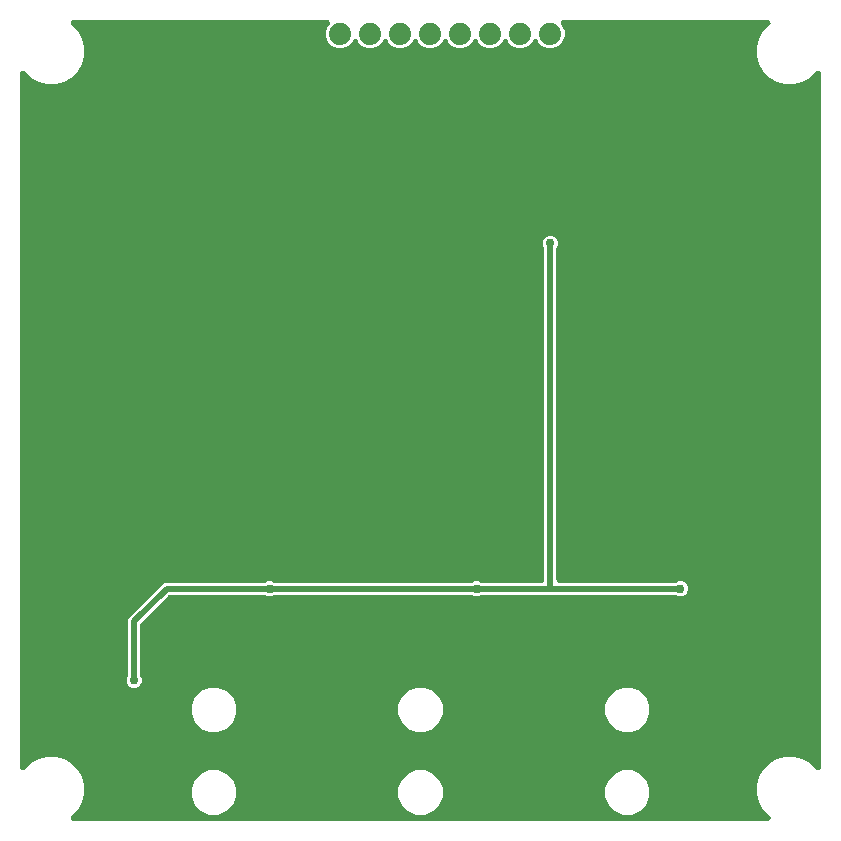
<source format=gbr>
G04 EAGLE Gerber RS-274X export*
G75*
%MOMM*%
%FSLAX34Y34*%
%LPD*%
%INBottom Copper*%
%IPPOS*%
%AMOC8*
5,1,8,0,0,1.08239X$1,22.5*%
G01*
%ADD10C,1.879600*%
%ADD11C,0.756400*%
%ADD12C,0.508000*%

G36*
X643958Y10934D02*
X643958Y10934D01*
X644088Y10936D01*
X644182Y10954D01*
X644277Y10963D01*
X644403Y10997D01*
X644530Y11022D01*
X644620Y11056D01*
X644712Y11081D01*
X644829Y11137D01*
X644950Y11184D01*
X645032Y11234D01*
X645118Y11275D01*
X645224Y11350D01*
X645335Y11418D01*
X645407Y11481D01*
X645484Y11537D01*
X645575Y11630D01*
X645673Y11716D01*
X645732Y11791D01*
X645798Y11859D01*
X645871Y11967D01*
X645952Y12069D01*
X645997Y12153D01*
X646051Y12232D01*
X646103Y12351D01*
X646165Y12466D01*
X646194Y12557D01*
X646233Y12644D01*
X646264Y12771D01*
X646304Y12894D01*
X646317Y12989D01*
X646339Y13082D01*
X646347Y13211D01*
X646365Y13340D01*
X646361Y13436D01*
X646367Y13531D01*
X646352Y13660D01*
X646347Y13790D01*
X646326Y13883D01*
X646315Y13978D01*
X646277Y14103D01*
X646249Y14230D01*
X646212Y14318D01*
X646185Y14409D01*
X646126Y14525D01*
X646076Y14645D01*
X646024Y14725D01*
X645980Y14811D01*
X645902Y14914D01*
X645831Y15023D01*
X645745Y15121D01*
X645708Y15169D01*
X645676Y15200D01*
X645624Y15258D01*
X640366Y20516D01*
X636724Y26823D01*
X634839Y33858D01*
X634839Y41142D01*
X636724Y48177D01*
X640366Y54484D01*
X645516Y59634D01*
X651823Y63276D01*
X658858Y65161D01*
X666142Y65161D01*
X673177Y63276D01*
X679484Y59634D01*
X684742Y54376D01*
X684842Y54292D01*
X684935Y54202D01*
X685015Y54148D01*
X685088Y54087D01*
X685201Y54022D01*
X685308Y53949D01*
X685396Y53911D01*
X685479Y53863D01*
X685601Y53820D01*
X685720Y53767D01*
X685813Y53745D01*
X685903Y53713D01*
X686031Y53691D01*
X686158Y53661D01*
X686253Y53655D01*
X686347Y53639D01*
X686477Y53641D01*
X686607Y53633D01*
X686702Y53644D01*
X686798Y53645D01*
X686925Y53670D01*
X687054Y53685D01*
X687146Y53713D01*
X687240Y53731D01*
X687361Y53778D01*
X687485Y53815D01*
X687570Y53859D01*
X687660Y53893D01*
X687771Y53961D01*
X687887Y54020D01*
X687963Y54077D01*
X688044Y54127D01*
X688142Y54213D01*
X688245Y54292D01*
X688310Y54362D01*
X688382Y54425D01*
X688462Y54527D01*
X688551Y54623D01*
X688602Y54703D01*
X688661Y54778D01*
X688722Y54893D01*
X688792Y55003D01*
X688829Y55091D01*
X688874Y55175D01*
X688914Y55299D01*
X688963Y55419D01*
X688983Y55513D01*
X689013Y55603D01*
X689031Y55732D01*
X689058Y55859D01*
X689066Y55989D01*
X689074Y56049D01*
X689073Y56094D01*
X689077Y56171D01*
X689077Y643829D01*
X689066Y643958D01*
X689064Y644088D01*
X689046Y644182D01*
X689037Y644277D01*
X689003Y644403D01*
X688978Y644530D01*
X688944Y644620D01*
X688919Y644712D01*
X688863Y644829D01*
X688816Y644950D01*
X688766Y645032D01*
X688725Y645118D01*
X688650Y645224D01*
X688582Y645335D01*
X688519Y645407D01*
X688463Y645484D01*
X688370Y645575D01*
X688284Y645673D01*
X688209Y645732D01*
X688141Y645798D01*
X688033Y645871D01*
X687931Y645952D01*
X687847Y645997D01*
X687768Y646051D01*
X687649Y646103D01*
X687534Y646165D01*
X687443Y646194D01*
X687356Y646233D01*
X687229Y646264D01*
X687106Y646304D01*
X687011Y646317D01*
X686918Y646339D01*
X686789Y646347D01*
X686660Y646365D01*
X686564Y646361D01*
X686469Y646367D01*
X686340Y646352D01*
X686210Y646347D01*
X686117Y646326D01*
X686022Y646315D01*
X685897Y646277D01*
X685770Y646249D01*
X685682Y646212D01*
X685591Y646185D01*
X685475Y646126D01*
X685355Y646076D01*
X685275Y646024D01*
X685189Y645980D01*
X685086Y645902D01*
X684977Y645831D01*
X684879Y645745D01*
X684831Y645708D01*
X684800Y645676D01*
X684742Y645624D01*
X679484Y640366D01*
X673177Y636724D01*
X666142Y634839D01*
X658858Y634839D01*
X651823Y636724D01*
X645516Y640366D01*
X640366Y645516D01*
X636724Y651823D01*
X634839Y658858D01*
X634839Y666142D01*
X636724Y673177D01*
X640366Y679484D01*
X645624Y684742D01*
X645708Y684842D01*
X645798Y684935D01*
X645852Y685015D01*
X645913Y685088D01*
X645978Y685201D01*
X646051Y685308D01*
X646089Y685396D01*
X646137Y685479D01*
X646180Y685601D01*
X646233Y685720D01*
X646255Y685813D01*
X646287Y685903D01*
X646309Y686031D01*
X646339Y686158D01*
X646345Y686253D01*
X646361Y686347D01*
X646359Y686477D01*
X646367Y686607D01*
X646356Y686702D01*
X646355Y686798D01*
X646330Y686925D01*
X646315Y687054D01*
X646287Y687146D01*
X646269Y687240D01*
X646222Y687361D01*
X646185Y687485D01*
X646141Y687570D01*
X646107Y687660D01*
X646039Y687771D01*
X645980Y687887D01*
X645923Y687963D01*
X645873Y688044D01*
X645787Y688142D01*
X645708Y688245D01*
X645638Y688310D01*
X645575Y688382D01*
X645473Y688462D01*
X645377Y688551D01*
X645297Y688602D01*
X645222Y688661D01*
X645107Y688722D01*
X644997Y688792D01*
X644909Y688829D01*
X644825Y688874D01*
X644701Y688914D01*
X644581Y688963D01*
X644487Y688983D01*
X644397Y689013D01*
X644268Y689031D01*
X644141Y689058D01*
X644011Y689066D01*
X643951Y689074D01*
X643906Y689073D01*
X643829Y689077D01*
X471437Y689077D01*
X471307Y689066D01*
X471177Y689064D01*
X471084Y689046D01*
X470988Y689037D01*
X470863Y689003D01*
X470735Y688978D01*
X470646Y688944D01*
X470554Y688919D01*
X470437Y688863D01*
X470315Y688816D01*
X470234Y688766D01*
X470147Y688725D01*
X470042Y688650D01*
X469931Y688582D01*
X469859Y688519D01*
X469781Y688463D01*
X469691Y688370D01*
X469593Y688284D01*
X469534Y688209D01*
X469467Y688141D01*
X469394Y688033D01*
X469314Y687931D01*
X469269Y687847D01*
X469215Y687768D01*
X469163Y687649D01*
X469101Y687534D01*
X469072Y687443D01*
X469033Y687356D01*
X469002Y687229D01*
X468962Y687106D01*
X468949Y687011D01*
X468926Y686918D01*
X468918Y686789D01*
X468901Y686660D01*
X468905Y686564D01*
X468899Y686469D01*
X468914Y686340D01*
X468919Y686210D01*
X468940Y686117D01*
X468951Y686022D01*
X468988Y685897D01*
X469017Y685770D01*
X469053Y685682D01*
X469081Y685591D01*
X469140Y685475D01*
X469190Y685355D01*
X469242Y685275D01*
X469285Y685189D01*
X469364Y685086D01*
X469435Y684977D01*
X469521Y684879D01*
X469557Y684831D01*
X469590Y684800D01*
X469641Y684742D01*
X470121Y684263D01*
X471939Y679875D01*
X471939Y675125D01*
X470121Y670737D01*
X466763Y667379D01*
X462375Y665561D01*
X457625Y665561D01*
X453237Y667379D01*
X449879Y670737D01*
X449646Y671299D01*
X449586Y671415D01*
X449534Y671534D01*
X449482Y671614D01*
X449438Y671698D01*
X449358Y671801D01*
X449286Y671910D01*
X449220Y671979D01*
X449162Y672054D01*
X449065Y672141D01*
X448976Y672236D01*
X448898Y672292D01*
X448828Y672356D01*
X448717Y672425D01*
X448612Y672502D01*
X448526Y672544D01*
X448445Y672594D01*
X448324Y672642D01*
X448208Y672699D01*
X448116Y672725D01*
X448027Y672761D01*
X447899Y672787D01*
X447774Y672822D01*
X447680Y672832D01*
X447586Y672851D01*
X447456Y672854D01*
X447326Y672867D01*
X447231Y672859D01*
X447136Y672862D01*
X447007Y672842D01*
X446877Y672832D01*
X446785Y672807D01*
X446691Y672793D01*
X446568Y672750D01*
X446442Y672718D01*
X446355Y672677D01*
X446265Y672646D01*
X446151Y672583D01*
X446033Y672528D01*
X445955Y672474D01*
X445872Y672427D01*
X445771Y672345D01*
X445664Y672270D01*
X445597Y672202D01*
X445523Y672142D01*
X445439Y672043D01*
X445347Y671951D01*
X445293Y671872D01*
X445231Y671799D01*
X445165Y671687D01*
X445091Y671580D01*
X445034Y671463D01*
X445003Y671411D01*
X444988Y671369D01*
X444954Y671299D01*
X444721Y670737D01*
X441363Y667379D01*
X436975Y665561D01*
X432225Y665561D01*
X427837Y667379D01*
X424479Y670737D01*
X424246Y671299D01*
X424186Y671415D01*
X424134Y671534D01*
X424082Y671614D01*
X424038Y671698D01*
X423958Y671801D01*
X423886Y671910D01*
X423820Y671979D01*
X423762Y672054D01*
X423665Y672141D01*
X423576Y672236D01*
X423498Y672292D01*
X423428Y672356D01*
X423317Y672425D01*
X423212Y672502D01*
X423126Y672544D01*
X423045Y672594D01*
X422924Y672642D01*
X422808Y672699D01*
X422716Y672725D01*
X422627Y672761D01*
X422499Y672787D01*
X422374Y672822D01*
X422280Y672832D01*
X422186Y672851D01*
X422056Y672854D01*
X421926Y672867D01*
X421831Y672859D01*
X421736Y672862D01*
X421607Y672842D01*
X421477Y672832D01*
X421385Y672807D01*
X421291Y672793D01*
X421168Y672750D01*
X421042Y672718D01*
X420955Y672677D01*
X420865Y672646D01*
X420751Y672583D01*
X420633Y672528D01*
X420555Y672474D01*
X420472Y672427D01*
X420371Y672345D01*
X420264Y672270D01*
X420197Y672202D01*
X420123Y672142D01*
X420039Y672043D01*
X419947Y671951D01*
X419893Y671872D01*
X419831Y671799D01*
X419765Y671687D01*
X419691Y671580D01*
X419634Y671463D01*
X419603Y671411D01*
X419588Y671369D01*
X419554Y671299D01*
X419321Y670737D01*
X415963Y667379D01*
X411575Y665561D01*
X406825Y665561D01*
X402437Y667379D01*
X399079Y670737D01*
X398846Y671299D01*
X398786Y671415D01*
X398734Y671534D01*
X398682Y671614D01*
X398638Y671698D01*
X398558Y671801D01*
X398486Y671910D01*
X398420Y671979D01*
X398362Y672054D01*
X398265Y672141D01*
X398176Y672236D01*
X398098Y672292D01*
X398028Y672356D01*
X397917Y672425D01*
X397812Y672502D01*
X397726Y672544D01*
X397645Y672594D01*
X397524Y672642D01*
X397408Y672699D01*
X397316Y672725D01*
X397227Y672761D01*
X397099Y672787D01*
X396974Y672822D01*
X396880Y672832D01*
X396786Y672851D01*
X396656Y672854D01*
X396526Y672867D01*
X396431Y672859D01*
X396336Y672862D01*
X396207Y672842D01*
X396077Y672832D01*
X395985Y672807D01*
X395891Y672793D01*
X395768Y672750D01*
X395642Y672718D01*
X395555Y672677D01*
X395465Y672646D01*
X395351Y672583D01*
X395233Y672528D01*
X395155Y672474D01*
X395072Y672427D01*
X394971Y672345D01*
X394864Y672270D01*
X394797Y672202D01*
X394723Y672142D01*
X394639Y672043D01*
X394547Y671951D01*
X394493Y671872D01*
X394431Y671799D01*
X394365Y671687D01*
X394291Y671580D01*
X394234Y671463D01*
X394203Y671411D01*
X394188Y671369D01*
X394154Y671299D01*
X393921Y670737D01*
X390563Y667379D01*
X386175Y665561D01*
X381425Y665561D01*
X377037Y667379D01*
X373679Y670737D01*
X373446Y671299D01*
X373386Y671415D01*
X373334Y671534D01*
X373282Y671614D01*
X373238Y671698D01*
X373158Y671801D01*
X373086Y671910D01*
X373020Y671979D01*
X372962Y672054D01*
X372865Y672141D01*
X372776Y672236D01*
X372698Y672292D01*
X372628Y672356D01*
X372517Y672425D01*
X372412Y672502D01*
X372326Y672544D01*
X372245Y672594D01*
X372124Y672642D01*
X372008Y672699D01*
X371916Y672725D01*
X371827Y672761D01*
X371699Y672787D01*
X371574Y672822D01*
X371480Y672832D01*
X371386Y672851D01*
X371256Y672854D01*
X371126Y672867D01*
X371031Y672859D01*
X370936Y672862D01*
X370807Y672842D01*
X370677Y672832D01*
X370585Y672807D01*
X370491Y672793D01*
X370368Y672750D01*
X370242Y672718D01*
X370155Y672677D01*
X370065Y672646D01*
X369951Y672583D01*
X369833Y672528D01*
X369755Y672474D01*
X369672Y672427D01*
X369571Y672345D01*
X369464Y672270D01*
X369397Y672202D01*
X369323Y672142D01*
X369239Y672043D01*
X369147Y671951D01*
X369093Y671872D01*
X369031Y671799D01*
X368965Y671687D01*
X368891Y671580D01*
X368834Y671463D01*
X368803Y671411D01*
X368788Y671369D01*
X368754Y671299D01*
X368521Y670737D01*
X365163Y667379D01*
X360775Y665561D01*
X356025Y665561D01*
X351637Y667379D01*
X348279Y670737D01*
X348046Y671299D01*
X347986Y671415D01*
X347934Y671534D01*
X347882Y671614D01*
X347838Y671698D01*
X347758Y671801D01*
X347686Y671910D01*
X347620Y671979D01*
X347562Y672054D01*
X347465Y672141D01*
X347376Y672236D01*
X347298Y672292D01*
X347228Y672356D01*
X347117Y672425D01*
X347012Y672502D01*
X346926Y672544D01*
X346845Y672594D01*
X346724Y672642D01*
X346608Y672699D01*
X346516Y672725D01*
X346427Y672761D01*
X346299Y672787D01*
X346174Y672822D01*
X346080Y672832D01*
X345986Y672851D01*
X345856Y672854D01*
X345726Y672867D01*
X345631Y672859D01*
X345536Y672862D01*
X345407Y672842D01*
X345277Y672832D01*
X345185Y672807D01*
X345091Y672793D01*
X344968Y672750D01*
X344842Y672718D01*
X344755Y672677D01*
X344665Y672646D01*
X344551Y672583D01*
X344433Y672528D01*
X344355Y672474D01*
X344272Y672427D01*
X344171Y672345D01*
X344064Y672270D01*
X343997Y672202D01*
X343923Y672142D01*
X343839Y672043D01*
X343747Y671951D01*
X343693Y671872D01*
X343631Y671799D01*
X343565Y671687D01*
X343491Y671580D01*
X343434Y671463D01*
X343403Y671411D01*
X343388Y671369D01*
X343354Y671299D01*
X343121Y670737D01*
X339763Y667379D01*
X335375Y665561D01*
X330625Y665561D01*
X326237Y667379D01*
X322879Y670737D01*
X322646Y671299D01*
X322586Y671415D01*
X322534Y671534D01*
X322482Y671614D01*
X322438Y671698D01*
X322358Y671801D01*
X322286Y671910D01*
X322220Y671979D01*
X322162Y672054D01*
X322065Y672141D01*
X321976Y672236D01*
X321898Y672292D01*
X321828Y672356D01*
X321717Y672425D01*
X321612Y672502D01*
X321526Y672544D01*
X321445Y672594D01*
X321324Y672642D01*
X321208Y672699D01*
X321116Y672725D01*
X321027Y672761D01*
X320899Y672787D01*
X320774Y672822D01*
X320680Y672832D01*
X320586Y672851D01*
X320456Y672854D01*
X320326Y672867D01*
X320231Y672859D01*
X320136Y672862D01*
X320007Y672842D01*
X319877Y672832D01*
X319785Y672807D01*
X319691Y672793D01*
X319568Y672750D01*
X319442Y672718D01*
X319355Y672677D01*
X319265Y672646D01*
X319151Y672583D01*
X319033Y672528D01*
X318955Y672474D01*
X318872Y672427D01*
X318771Y672345D01*
X318664Y672270D01*
X318597Y672202D01*
X318523Y672142D01*
X318439Y672043D01*
X318347Y671951D01*
X318293Y671872D01*
X318231Y671799D01*
X318165Y671687D01*
X318091Y671580D01*
X318034Y671463D01*
X318003Y671411D01*
X317988Y671369D01*
X317954Y671299D01*
X317721Y670737D01*
X314363Y667379D01*
X309975Y665561D01*
X305225Y665561D01*
X300837Y667379D01*
X297479Y670737D01*
X297246Y671299D01*
X297186Y671415D01*
X297134Y671534D01*
X297082Y671614D01*
X297038Y671698D01*
X296958Y671801D01*
X296886Y671910D01*
X296820Y671979D01*
X296762Y672054D01*
X296665Y672141D01*
X296576Y672236D01*
X296498Y672292D01*
X296428Y672356D01*
X296317Y672425D01*
X296212Y672502D01*
X296126Y672544D01*
X296045Y672594D01*
X295924Y672642D01*
X295808Y672699D01*
X295716Y672725D01*
X295627Y672761D01*
X295499Y672787D01*
X295374Y672822D01*
X295280Y672832D01*
X295186Y672851D01*
X295056Y672854D01*
X294926Y672867D01*
X294831Y672859D01*
X294736Y672862D01*
X294607Y672842D01*
X294477Y672832D01*
X294385Y672807D01*
X294291Y672793D01*
X294168Y672750D01*
X294042Y672718D01*
X293955Y672677D01*
X293865Y672646D01*
X293751Y672583D01*
X293633Y672528D01*
X293555Y672474D01*
X293472Y672427D01*
X293371Y672345D01*
X293264Y672270D01*
X293197Y672202D01*
X293123Y672142D01*
X293039Y672043D01*
X292947Y671951D01*
X292893Y671872D01*
X292831Y671799D01*
X292765Y671687D01*
X292691Y671580D01*
X292634Y671463D01*
X292603Y671411D01*
X292588Y671369D01*
X292554Y671299D01*
X292321Y670737D01*
X288963Y667379D01*
X284575Y665561D01*
X279825Y665561D01*
X275437Y667379D01*
X272079Y670737D01*
X270261Y675125D01*
X270261Y679875D01*
X272079Y684263D01*
X272559Y684742D01*
X272642Y684842D01*
X272733Y684935D01*
X272786Y685015D01*
X272847Y685088D01*
X272912Y685201D01*
X272985Y685308D01*
X273023Y685396D01*
X273071Y685479D01*
X273114Y685601D01*
X273167Y685720D01*
X273190Y685813D01*
X273222Y685903D01*
X273243Y686031D01*
X273274Y686158D01*
X273280Y686253D01*
X273295Y686347D01*
X273293Y686477D01*
X273301Y686607D01*
X273290Y686702D01*
X273289Y686797D01*
X273264Y686925D01*
X273249Y687054D01*
X273222Y687146D01*
X273203Y687240D01*
X273157Y687361D01*
X273119Y687485D01*
X273076Y687570D01*
X273041Y687660D01*
X272974Y687771D01*
X272915Y687887D01*
X272857Y687963D01*
X272807Y688044D01*
X272721Y688142D01*
X272643Y688245D01*
X272572Y688310D01*
X272509Y688382D01*
X272407Y688462D01*
X272311Y688551D01*
X272231Y688602D01*
X272156Y688661D01*
X272042Y688722D01*
X271932Y688792D01*
X271843Y688829D01*
X271759Y688874D01*
X271636Y688914D01*
X271515Y688963D01*
X271422Y688983D01*
X271331Y689013D01*
X271202Y689031D01*
X271075Y689058D01*
X270945Y689066D01*
X270885Y689074D01*
X270840Y689073D01*
X270763Y689077D01*
X56171Y689077D01*
X56042Y689066D01*
X55912Y689064D01*
X55818Y689046D01*
X55723Y689037D01*
X55597Y689003D01*
X55470Y688978D01*
X55380Y688944D01*
X55288Y688919D01*
X55171Y688863D01*
X55050Y688816D01*
X54968Y688766D01*
X54882Y688725D01*
X54776Y688650D01*
X54665Y688582D01*
X54593Y688519D01*
X54516Y688463D01*
X54425Y688370D01*
X54327Y688284D01*
X54268Y688209D01*
X54202Y688141D01*
X54129Y688033D01*
X54048Y687931D01*
X54003Y687847D01*
X53949Y687768D01*
X53897Y687649D01*
X53835Y687534D01*
X53806Y687443D01*
X53767Y687356D01*
X53736Y687229D01*
X53696Y687106D01*
X53683Y687011D01*
X53661Y686918D01*
X53653Y686789D01*
X53635Y686660D01*
X53639Y686564D01*
X53633Y686469D01*
X53648Y686340D01*
X53653Y686210D01*
X53674Y686117D01*
X53685Y686022D01*
X53723Y685897D01*
X53751Y685770D01*
X53788Y685682D01*
X53815Y685591D01*
X53874Y685475D01*
X53924Y685355D01*
X53976Y685275D01*
X54020Y685189D01*
X54098Y685086D01*
X54169Y684977D01*
X54255Y684879D01*
X54292Y684831D01*
X54324Y684800D01*
X54376Y684742D01*
X59634Y679484D01*
X63276Y673177D01*
X65161Y666142D01*
X65161Y658858D01*
X63276Y651823D01*
X59634Y645516D01*
X54484Y640366D01*
X48177Y636724D01*
X41142Y634839D01*
X33858Y634839D01*
X26823Y636724D01*
X20516Y640366D01*
X15258Y645624D01*
X15158Y645708D01*
X15065Y645798D01*
X14985Y645852D01*
X14912Y645913D01*
X14799Y645978D01*
X14692Y646051D01*
X14604Y646089D01*
X14521Y646137D01*
X14399Y646180D01*
X14280Y646233D01*
X14187Y646255D01*
X14097Y646287D01*
X13969Y646309D01*
X13842Y646339D01*
X13747Y646345D01*
X13653Y646361D01*
X13523Y646359D01*
X13393Y646367D01*
X13298Y646356D01*
X13202Y646355D01*
X13075Y646330D01*
X12946Y646315D01*
X12854Y646287D01*
X12760Y646269D01*
X12639Y646222D01*
X12515Y646185D01*
X12430Y646141D01*
X12340Y646107D01*
X12229Y646039D01*
X12113Y645980D01*
X12037Y645923D01*
X11956Y645873D01*
X11858Y645787D01*
X11755Y645708D01*
X11690Y645638D01*
X11618Y645575D01*
X11538Y645473D01*
X11449Y645377D01*
X11398Y645297D01*
X11339Y645222D01*
X11278Y645107D01*
X11208Y644997D01*
X11171Y644909D01*
X11126Y644825D01*
X11086Y644701D01*
X11037Y644581D01*
X11017Y644487D01*
X10987Y644397D01*
X10969Y644268D01*
X10942Y644141D01*
X10934Y644011D01*
X10926Y643951D01*
X10927Y643906D01*
X10923Y643829D01*
X10923Y56171D01*
X10934Y56042D01*
X10936Y55912D01*
X10954Y55818D01*
X10963Y55723D01*
X10997Y55597D01*
X11022Y55470D01*
X11056Y55380D01*
X11081Y55288D01*
X11137Y55171D01*
X11184Y55050D01*
X11234Y54968D01*
X11275Y54882D01*
X11350Y54776D01*
X11418Y54665D01*
X11481Y54593D01*
X11537Y54516D01*
X11630Y54425D01*
X11716Y54327D01*
X11791Y54268D01*
X11859Y54202D01*
X11967Y54129D01*
X12069Y54048D01*
X12153Y54003D01*
X12232Y53949D01*
X12351Y53897D01*
X12466Y53835D01*
X12557Y53806D01*
X12644Y53767D01*
X12771Y53736D01*
X12894Y53696D01*
X12989Y53683D01*
X13082Y53661D01*
X13211Y53653D01*
X13340Y53635D01*
X13436Y53639D01*
X13531Y53633D01*
X13660Y53648D01*
X13790Y53653D01*
X13883Y53674D01*
X13978Y53685D01*
X14103Y53723D01*
X14230Y53751D01*
X14318Y53788D01*
X14409Y53815D01*
X14525Y53874D01*
X14645Y53924D01*
X14725Y53976D01*
X14811Y54020D01*
X14914Y54098D01*
X15023Y54169D01*
X15121Y54255D01*
X15169Y54292D01*
X15200Y54324D01*
X15258Y54376D01*
X20516Y59634D01*
X26823Y63276D01*
X33858Y65161D01*
X41142Y65161D01*
X48177Y63276D01*
X54484Y59634D01*
X59634Y54484D01*
X63276Y48177D01*
X65161Y41142D01*
X65161Y33858D01*
X63276Y26823D01*
X59634Y20516D01*
X54376Y15258D01*
X54292Y15158D01*
X54202Y15065D01*
X54148Y14985D01*
X54087Y14912D01*
X54022Y14799D01*
X53949Y14692D01*
X53911Y14604D01*
X53863Y14521D01*
X53820Y14399D01*
X53767Y14280D01*
X53745Y14187D01*
X53713Y14097D01*
X53691Y13969D01*
X53661Y13842D01*
X53655Y13747D01*
X53639Y13653D01*
X53641Y13523D01*
X53633Y13393D01*
X53644Y13298D01*
X53645Y13202D01*
X53670Y13075D01*
X53685Y12946D01*
X53713Y12854D01*
X53731Y12760D01*
X53778Y12639D01*
X53815Y12515D01*
X53859Y12430D01*
X53893Y12340D01*
X53961Y12229D01*
X54020Y12113D01*
X54077Y12037D01*
X54127Y11956D01*
X54213Y11858D01*
X54292Y11755D01*
X54362Y11690D01*
X54425Y11618D01*
X54527Y11538D01*
X54623Y11449D01*
X54703Y11398D01*
X54778Y11339D01*
X54893Y11278D01*
X55003Y11208D01*
X55091Y11171D01*
X55175Y11126D01*
X55299Y11086D01*
X55419Y11037D01*
X55513Y11017D01*
X55603Y10987D01*
X55732Y10969D01*
X55859Y10942D01*
X55989Y10934D01*
X56049Y10926D01*
X56094Y10927D01*
X56171Y10923D01*
X643829Y10923D01*
X643958Y10934D01*
G37*
%LPC*%
G36*
X106242Y123677D02*
X106242Y123677D01*
X103918Y124640D01*
X102140Y126418D01*
X101177Y128742D01*
X101177Y131258D01*
X102226Y133789D01*
X102261Y133901D01*
X102305Y134009D01*
X102328Y134115D01*
X102361Y134219D01*
X102375Y134335D01*
X102400Y134449D01*
X102410Y134603D01*
X102417Y134666D01*
X102416Y134702D01*
X102419Y134761D01*
X102419Y181011D01*
X103193Y182878D01*
X132122Y211807D01*
X133989Y212581D01*
X217739Y212581D01*
X217855Y212591D01*
X217972Y212591D01*
X218079Y212611D01*
X218187Y212621D01*
X218300Y212651D01*
X218415Y212672D01*
X218561Y212723D01*
X218622Y212739D01*
X218654Y212755D01*
X218711Y212774D01*
X221242Y213823D01*
X223758Y213823D01*
X226289Y212774D01*
X226401Y212739D01*
X226509Y212695D01*
X226615Y212672D01*
X226719Y212639D01*
X226835Y212625D01*
X226949Y212600D01*
X227103Y212590D01*
X227166Y212583D01*
X227202Y212584D01*
X227261Y212581D01*
X392739Y212581D01*
X392855Y212591D01*
X392972Y212591D01*
X393079Y212611D01*
X393187Y212621D01*
X393300Y212651D01*
X393415Y212672D01*
X393561Y212723D01*
X393622Y212739D01*
X393654Y212755D01*
X393711Y212774D01*
X396242Y213823D01*
X398758Y213823D01*
X401289Y212774D01*
X401401Y212739D01*
X401509Y212695D01*
X401615Y212672D01*
X401719Y212639D01*
X401835Y212625D01*
X401949Y212600D01*
X402103Y212590D01*
X402166Y212583D01*
X402202Y212584D01*
X402261Y212581D01*
X452380Y212581D01*
X452415Y212584D01*
X452449Y212582D01*
X452638Y212604D01*
X452829Y212621D01*
X452862Y212630D01*
X452896Y212634D01*
X453079Y212689D01*
X453263Y212739D01*
X453294Y212754D01*
X453327Y212764D01*
X453498Y212851D01*
X453670Y212933D01*
X453698Y212953D01*
X453729Y212968D01*
X453881Y213084D01*
X454036Y213195D01*
X454060Y213220D01*
X454087Y213240D01*
X454216Y213380D01*
X454350Y213517D01*
X454369Y213546D01*
X454393Y213572D01*
X454495Y213733D01*
X454602Y213890D01*
X454616Y213922D01*
X454634Y213951D01*
X454707Y214128D01*
X454784Y214302D01*
X454792Y214336D01*
X454805Y214368D01*
X454845Y214555D01*
X454891Y214740D01*
X454893Y214774D01*
X454900Y214808D01*
X454919Y215120D01*
X454919Y495239D01*
X454909Y495355D01*
X454909Y495472D01*
X454889Y495579D01*
X454879Y495687D01*
X454849Y495800D01*
X454828Y495915D01*
X454777Y496061D01*
X454761Y496122D01*
X454745Y496154D01*
X454726Y496211D01*
X453677Y498742D01*
X453677Y501258D01*
X454640Y503582D01*
X456418Y505360D01*
X458742Y506323D01*
X461258Y506323D01*
X463582Y505360D01*
X465360Y503582D01*
X466323Y501258D01*
X466323Y498742D01*
X465274Y496211D01*
X465239Y496099D01*
X465195Y495991D01*
X465172Y495885D01*
X465139Y495781D01*
X465125Y495665D01*
X465100Y495551D01*
X465090Y495397D01*
X465083Y495334D01*
X465084Y495298D01*
X465081Y495239D01*
X465081Y215120D01*
X465084Y215085D01*
X465082Y215051D01*
X465104Y214862D01*
X465121Y214671D01*
X465130Y214638D01*
X465134Y214604D01*
X465189Y214421D01*
X465239Y214237D01*
X465254Y214206D01*
X465264Y214173D01*
X465351Y214002D01*
X465433Y213830D01*
X465453Y213802D01*
X465468Y213771D01*
X465584Y213619D01*
X465695Y213464D01*
X465720Y213440D01*
X465740Y213413D01*
X465880Y213284D01*
X466017Y213150D01*
X466046Y213131D01*
X466072Y213107D01*
X466233Y213005D01*
X466390Y212898D01*
X466422Y212884D01*
X466451Y212866D01*
X466628Y212793D01*
X466802Y212716D01*
X466836Y212708D01*
X466868Y212695D01*
X467055Y212655D01*
X467240Y212609D01*
X467274Y212607D01*
X467308Y212600D01*
X467620Y212581D01*
X565239Y212581D01*
X565355Y212591D01*
X565472Y212591D01*
X565579Y212611D01*
X565687Y212621D01*
X565800Y212651D01*
X565915Y212672D01*
X566061Y212723D01*
X566122Y212739D01*
X566154Y212755D01*
X566211Y212774D01*
X568742Y213823D01*
X571258Y213823D01*
X573582Y212860D01*
X575360Y211082D01*
X576323Y208758D01*
X576323Y206242D01*
X575360Y203918D01*
X573582Y202140D01*
X571258Y201177D01*
X568742Y201177D01*
X566211Y202226D01*
X566099Y202261D01*
X565991Y202305D01*
X565885Y202328D01*
X565781Y202361D01*
X565665Y202375D01*
X565551Y202400D01*
X565397Y202410D01*
X565334Y202417D01*
X565298Y202416D01*
X565239Y202419D01*
X402261Y202419D01*
X402145Y202409D01*
X402028Y202409D01*
X401921Y202389D01*
X401813Y202379D01*
X401700Y202349D01*
X401585Y202328D01*
X401439Y202277D01*
X401378Y202261D01*
X401346Y202245D01*
X401289Y202226D01*
X398758Y201177D01*
X396242Y201177D01*
X393711Y202226D01*
X393599Y202261D01*
X393491Y202305D01*
X393385Y202328D01*
X393281Y202361D01*
X393165Y202375D01*
X393051Y202400D01*
X392897Y202410D01*
X392834Y202417D01*
X392798Y202416D01*
X392739Y202419D01*
X227261Y202419D01*
X227145Y202409D01*
X227028Y202409D01*
X226921Y202389D01*
X226813Y202379D01*
X226700Y202349D01*
X226585Y202328D01*
X226439Y202277D01*
X226378Y202261D01*
X226346Y202245D01*
X226289Y202226D01*
X223758Y201177D01*
X221242Y201177D01*
X218711Y202226D01*
X218599Y202261D01*
X218491Y202305D01*
X218385Y202328D01*
X218281Y202361D01*
X218165Y202375D01*
X218051Y202400D01*
X217897Y202410D01*
X217834Y202417D01*
X217798Y202416D01*
X217739Y202419D01*
X138156Y202419D01*
X137993Y202405D01*
X137828Y202398D01*
X137769Y202385D01*
X137708Y202379D01*
X137549Y202336D01*
X137389Y202300D01*
X137332Y202277D01*
X137273Y202261D01*
X137125Y202190D01*
X136973Y202127D01*
X136922Y202094D01*
X136867Y202067D01*
X136733Y201972D01*
X136595Y201882D01*
X136537Y201831D01*
X136501Y201805D01*
X136458Y201762D01*
X136361Y201676D01*
X113324Y178639D01*
X113219Y178513D01*
X113107Y178392D01*
X113075Y178341D01*
X113036Y178294D01*
X112954Y178151D01*
X112866Y178012D01*
X112842Y177956D01*
X112812Y177903D01*
X112757Y177748D01*
X112695Y177596D01*
X112682Y177536D01*
X112661Y177479D01*
X112635Y177316D01*
X112600Y177156D01*
X112595Y177079D01*
X112588Y177034D01*
X112589Y176973D01*
X112581Y176844D01*
X112581Y134761D01*
X112591Y134645D01*
X112591Y134528D01*
X112611Y134421D01*
X112621Y134313D01*
X112651Y134200D01*
X112672Y134085D01*
X112723Y133939D01*
X112739Y133878D01*
X112755Y133846D01*
X112774Y133789D01*
X113823Y131258D01*
X113823Y128742D01*
X112860Y126418D01*
X111082Y124640D01*
X108758Y123677D01*
X106242Y123677D01*
G37*
%LPD*%
%LPC*%
G36*
X521288Y86339D02*
X521288Y86339D01*
X514430Y89180D01*
X509180Y94430D01*
X506339Y101288D01*
X506339Y108712D01*
X509180Y115570D01*
X514430Y120820D01*
X521288Y123661D01*
X528712Y123661D01*
X535570Y120820D01*
X540820Y115570D01*
X543661Y108712D01*
X543661Y101288D01*
X540820Y94430D01*
X535570Y89180D01*
X528712Y86339D01*
X521288Y86339D01*
G37*
%LPD*%
%LPC*%
G36*
X346288Y86339D02*
X346288Y86339D01*
X339430Y89180D01*
X334180Y94430D01*
X331339Y101288D01*
X331339Y108712D01*
X334180Y115570D01*
X339430Y120820D01*
X346288Y123661D01*
X353712Y123661D01*
X360570Y120820D01*
X365820Y115570D01*
X368661Y108712D01*
X368661Y101288D01*
X365820Y94430D01*
X360570Y89180D01*
X353712Y86339D01*
X346288Y86339D01*
G37*
%LPD*%
%LPC*%
G36*
X171288Y86339D02*
X171288Y86339D01*
X164430Y89180D01*
X159180Y94430D01*
X156339Y101288D01*
X156339Y108712D01*
X159180Y115570D01*
X164430Y120820D01*
X171288Y123661D01*
X178712Y123661D01*
X185570Y120820D01*
X190820Y115570D01*
X193661Y108712D01*
X193661Y101288D01*
X190820Y94430D01*
X185570Y89180D01*
X178712Y86339D01*
X171288Y86339D01*
G37*
%LPD*%
%LPC*%
G36*
X521288Y16339D02*
X521288Y16339D01*
X514430Y19180D01*
X509180Y24430D01*
X506339Y31288D01*
X506339Y38712D01*
X509180Y45570D01*
X514430Y50820D01*
X521288Y53661D01*
X528712Y53661D01*
X535570Y50820D01*
X540820Y45570D01*
X543661Y38712D01*
X543661Y31288D01*
X540820Y24430D01*
X535570Y19180D01*
X528712Y16339D01*
X521288Y16339D01*
G37*
%LPD*%
%LPC*%
G36*
X346288Y16339D02*
X346288Y16339D01*
X339430Y19180D01*
X334180Y24430D01*
X331339Y31288D01*
X331339Y38712D01*
X334180Y45570D01*
X339430Y50820D01*
X346288Y53661D01*
X353712Y53661D01*
X360570Y50820D01*
X365820Y45570D01*
X368661Y38712D01*
X368661Y31288D01*
X365820Y24430D01*
X360570Y19180D01*
X353712Y16339D01*
X346288Y16339D01*
G37*
%LPD*%
%LPC*%
G36*
X171288Y16339D02*
X171288Y16339D01*
X164430Y19180D01*
X159180Y24430D01*
X156339Y31288D01*
X156339Y38712D01*
X159180Y45570D01*
X164430Y50820D01*
X171288Y53661D01*
X178712Y53661D01*
X185570Y50820D01*
X190820Y45570D01*
X193661Y38712D01*
X193661Y31288D01*
X190820Y24430D01*
X185570Y19180D01*
X178712Y16339D01*
X171288Y16339D01*
G37*
%LPD*%
D10*
X460000Y677500D03*
X434600Y677500D03*
X409200Y677500D03*
X383800Y677500D03*
X358400Y677500D03*
X333000Y677500D03*
X307600Y677500D03*
X282200Y677500D03*
D11*
X107500Y130000D03*
X570000Y207500D03*
D12*
X135000Y207500D02*
X107500Y180000D01*
X107500Y130000D01*
X460000Y207500D02*
X570000Y207500D01*
X460000Y207500D02*
X397500Y207500D01*
X222500Y207500D01*
X135000Y207500D01*
D11*
X222500Y207500D03*
X460000Y500000D03*
D12*
X460000Y207500D01*
D11*
X397500Y207500D03*
X432500Y500000D03*
X400000Y500000D03*
X370000Y500000D03*
X485000Y500000D03*
X235000Y25000D03*
X535000Y500000D03*
X535000Y645000D03*
X230000Y645000D03*
X82500Y645000D03*
X107500Y25000D03*
X447500Y645000D03*
X370000Y645000D03*
X397500Y645000D03*
X422500Y645000D03*
X400000Y247500D03*
X572500Y247500D03*
X497500Y160000D03*
X637500Y182500D03*
X497500Y247500D03*
X462500Y132500D03*
X462500Y25000D03*
X445000Y567500D03*
X345000Y645000D03*
X320000Y645000D03*
X295000Y645000D03*
X267500Y645000D03*
X477500Y645000D03*
X345000Y500000D03*
X320000Y500000D03*
X295000Y500000D03*
X270000Y500000D03*
X342500Y247500D03*
X280000Y247500D03*
X222500Y247500D03*
X157500Y247500D03*
X157500Y165000D03*
X345000Y162500D03*
X412500Y25000D03*
X582500Y25000D03*
X285000Y25000D03*
X285000Y130000D03*
X595000Y130000D03*
X82500Y497500D03*
X82500Y370000D03*
X87500Y252500D03*
X632500Y385000D03*
X632500Y500000D03*
X630000Y645000D03*
M02*

</source>
